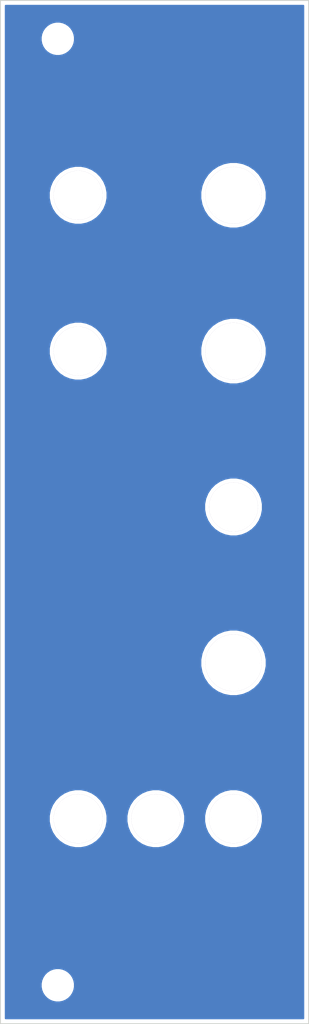
<source format=kicad_pcb>
(kicad_pcb (version 20171130) (host pcbnew 5.1.10)

  (general
    (thickness 1.6)
    (drawings 7)
    (tracks 0)
    (zones 0)
    (modules 11)
    (nets 1)
  )

  (page A4)
  (title_block
    (title ПОЛИВОКС)
    (date 2020-06-01)
    (rev 01)
    (comment 1 "PCB for Panel")
    (comment 2 "polivoks LM4250 VCF")
    (comment 4 "License CC BY 4.0 - Attribution 4.0 International")
  )

  (layers
    (0 F.Cu signal)
    (31 B.Cu signal)
    (32 B.Adhes user)
    (33 F.Adhes user)
    (34 B.Paste user)
    (35 F.Paste user)
    (36 B.SilkS user)
    (37 F.SilkS user)
    (38 B.Mask user)
    (39 F.Mask user)
    (40 Dwgs.User user)
    (41 Cmts.User user)
    (42 Eco1.User user)
    (43 Eco2.User user)
    (44 Edge.Cuts user)
    (45 Margin user)
    (46 B.CrtYd user)
    (47 F.CrtYd user)
    (48 B.Fab user)
    (49 F.Fab user)
  )

  (setup
    (last_trace_width 0.25)
    (trace_clearance 0.2)
    (zone_clearance 0.508)
    (zone_45_only no)
    (trace_min 0.2)
    (via_size 0.8)
    (via_drill 0.4)
    (via_min_size 0.4)
    (via_min_drill 0.3)
    (uvia_size 0.3)
    (uvia_drill 0.1)
    (uvias_allowed no)
    (uvia_min_size 0.2)
    (uvia_min_drill 0.1)
    (edge_width 0.05)
    (segment_width 0.2)
    (pcb_text_width 0.3)
    (pcb_text_size 1.5 1.5)
    (mod_edge_width 0.12)
    (mod_text_size 1 1)
    (mod_text_width 0.15)
    (pad_size 5 5)
    (pad_drill 0)
    (pad_to_mask_clearance 0.051)
    (solder_mask_min_width 0.25)
    (aux_axis_origin 0 0)
    (visible_elements 7FFFFFFF)
    (pcbplotparams
      (layerselection 0x010f0_ffffffff)
      (usegerberextensions false)
      (usegerberattributes false)
      (usegerberadvancedattributes false)
      (creategerberjobfile false)
      (excludeedgelayer true)
      (linewidth 0.100000)
      (plotframeref false)
      (viasonmask false)
      (mode 1)
      (useauxorigin false)
      (hpglpennumber 1)
      (hpglpenspeed 20)
      (hpglpendiameter 15.000000)
      (psnegative false)
      (psa4output false)
      (plotreference true)
      (plotvalue true)
      (plotinvisibletext false)
      (padsonsilk false)
      (subtractmaskfromsilk false)
      (outputformat 1)
      (mirror false)
      (drillshape 0)
      (scaleselection 1)
      (outputdirectory "gerbers/"))
  )

  (net 0 "")

  (net_class Default "This is the default net class."
    (clearance 0.2)
    (trace_width 0.25)
    (via_dia 0.8)
    (via_drill 0.4)
    (uvia_dia 0.3)
    (uvia_drill 0.1)
  )

  (module MountingHole:MountingHole_3.2mm_M3 (layer F.Cu) (tedit 56D1B4CB) (tstamp 5ED49E9E)
    (at 32.9 30.4)
    (descr "Mounting Hole 3.2mm, no annular, M3")
    (tags "mounting hole 3.2mm no annular m3")
    (path /5ED4DD9E)
    (attr virtual)
    (fp_text reference H11 (at 0 -4.2) (layer F.SilkS) hide
      (effects (font (size 1 1) (thickness 0.15)))
    )
    (fp_text value MountingHole (at 0 4.2) (layer F.Fab) hide
      (effects (font (size 1 1) (thickness 0.15)))
    )
    (fp_text user %R (at 0.3 0) (layer F.Fab) hide
      (effects (font (size 1 1) (thickness 0.15)))
    )
    (fp_circle (center 0 0) (end 3.2 0) (layer Cmts.User) (width 0.15))
    (fp_circle (center 0 0) (end 3.45 0) (layer F.CrtYd) (width 0.05))
    (pad 1 np_thru_hole circle (at 0 0) (size 3.2 3.2) (drill 3.2) (layers *.Cu *.Mask))
  )

  (module MountingHole:MountingHole_3.2mm_M3 (layer F.Cu) (tedit 56D1B4CB) (tstamp 5ED49E96)
    (at 32.9 153.8)
    (descr "Mounting Hole 3.2mm, no annular, M3")
    (tags "mounting hole 3.2mm no annular m3")
    (path /5ED4DAFF)
    (attr virtual)
    (fp_text reference H10 (at 0 -4.2) (layer F.SilkS) hide
      (effects (font (size 1 1) (thickness 0.15)))
    )
    (fp_text value MountingHole (at 0 4.2) (layer F.Fab) hide
      (effects (font (size 1 1) (thickness 0.15)))
    )
    (fp_text user %R (at 0.3 0) (layer F.Fab) hide
      (effects (font (size 1 1) (thickness 0.15)))
    )
    (fp_circle (center 0 0) (end 3.2 0) (layer Cmts.User) (width 0.15))
    (fp_circle (center 0 0) (end 3.45 0) (layer F.CrtYd) (width 0.05))
    (pad 1 np_thru_hole circle (at 0 0) (size 3.2 3.2) (drill 3.2) (layers *.Cu *.Mask))
  )

  (module elektrophon:panel_switch (layer F.Cu) (tedit 60A0E3EC) (tstamp 5ED49E8E)
    (at 55.88 91.44)
    (descr "Mounting Hole 8.4mm, no annular, M8")
    (tags "mounting hole 8.4mm no annular m8")
    (path /5ED4BD61)
    (attr virtual)
    (fp_text reference H9 (at 0 -9.4) (layer F.SilkS) hide
      (effects (font (size 1 1) (thickness 0.15)))
    )
    (fp_text value soft/hard (at 0 9.144) (layer F.Mask)
      (effects (font (size 2 1.4) (thickness 0.25)))
    )
    (fp_text user %R (at 0.3 0) (layer F.Fab)
      (effects (font (size 1 1) (thickness 0.15)))
    )
    (fp_circle (center 0 0) (end 5 0) (layer Cmts.User) (width 0.15))
    (fp_circle (center 0 0) (end 5.2 0) (layer F.CrtYd) (width 0.05))
    (pad "" thru_hole circle (at 0 0) (size 6.4 6.4) (drill 6.4) (layers *.Cu *.Mask))
    (model "/home/etienne/Documents/elektrophon/lib/kicad/models/SPDT Toggle Switch.stp"
      (offset (xyz -3.5 12.5 -10.5))
      (scale (xyz 1 1 1))
      (rotate (xyz -90 0 -90))
    )
  )

  (module elektrophon:panel_jack (layer F.Cu) (tedit 60A0E3B3) (tstamp 5ED49E86)
    (at 55.88 132.08)
    (descr "Mounting Hole 8.4mm, no annular, M8")
    (tags "mounting hole 8.4mm no annular m8")
    (path /5ED4B890)
    (attr virtual)
    (fp_text reference H8 (at 0 -9.4) (layer F.SilkS) hide
      (effects (font (size 1 1) (thickness 0.15)))
    )
    (fp_text value lp (at 0 9.144) (layer F.Mask)
      (effects (font (size 2 1.4) (thickness 0.25)))
    )
    (fp_text user %R (at 0.3 0) (layer F.Fab)
      (effects (font (size 1 1) (thickness 0.15)))
    )
    (fp_circle (center 0 0) (end 4.2 0) (layer F.CrtYd) (width 0.05))
    (fp_circle (center 0 0) (end 4 0) (layer Cmts.User) (width 0.15))
    (pad "" thru_hole circle (at 0 0) (size 6.4 6.4) (drill 6.4) (layers *.Cu *.Mask))
    (model "${KIPRJMOD}/../../../lib/kicad/models/PJ301M-12 Thonkiconn v0.2.stp"
      (offset (xyz 0 0.8 -10.5))
      (scale (xyz 1 1 1))
      (rotate (xyz 0 0 0))
    )
  )

  (module elektrophon:panel_potentiometer (layer F.Cu) (tedit 60A0E3DF) (tstamp 5ED49E7E)
    (at 55.88 111.76)
    (descr "Mounting Hole 8.4mm, no annular, M8")
    (tags "mounting hole 8.4mm no annular m8")
    (path /5ED4B463)
    (attr virtual)
    (fp_text reference H7 (at 0 -9.4) (layer F.SilkS) hide
      (effects (font (size 1 1) (thickness 0.15)))
    )
    (fp_text value res (at 0 9.144) (layer F.Mask)
      (effects (font (size 2 1.4) (thickness 0.25)))
    )
    (fp_text user %R (at 0.3 0) (layer F.Fab)
      (effects (font (size 1 1) (thickness 0.15)))
    )
    (fp_circle (center 0 0) (end 6.6 0) (layer F.CrtYd) (width 0.05))
    (fp_circle (center 0 0) (end 6.35 0) (layer Cmts.User) (width 0.15))
    (pad "" thru_hole circle (at 0 0) (size 7.4 7.4) (drill 7.4) (layers *.Cu *.Mask))
    (model ${KIPRJMOD}/../../../lib/kicad/models/ALPHA-RD901F-40.step
      (offset (xyz 0 0.5 -12))
      (scale (xyz 1 1 1))
      (rotate (xyz 0 0 0))
    )
  )

  (module elektrophon:panel_potentiometer (layer F.Cu) (tedit 60A0E3DF) (tstamp 5ED49E76)
    (at 55.88 71.12)
    (descr "Mounting Hole 8.4mm, no annular, M8")
    (tags "mounting hole 8.4mm no annular m8")
    (path /5ED4AC12)
    (attr virtual)
    (fp_text reference H6 (at 0 -9.4) (layer F.SilkS) hide
      (effects (font (size 1 1) (thickness 0.15)))
    )
    (fp_text value freq (at 0 9.144) (layer F.Mask)
      (effects (font (size 2 1.4) (thickness 0.25)))
    )
    (fp_text user %R (at 0.3 0) (layer F.Fab)
      (effects (font (size 1 1) (thickness 0.15)))
    )
    (fp_circle (center 0 0) (end 6.6 0) (layer F.CrtYd) (width 0.05))
    (fp_circle (center 0 0) (end 6.35 0) (layer Cmts.User) (width 0.15))
    (pad "" thru_hole circle (at 0 0) (size 7.4 7.4) (drill 7.4) (layers *.Cu *.Mask))
    (model ${KIPRJMOD}/../../../lib/kicad/models/ALPHA-RD901F-40.step
      (offset (xyz 0 0.5 -12))
      (scale (xyz 1 1 1))
      (rotate (xyz 0 0 0))
    )
  )

  (module elektrophon:panel_jack (layer F.Cu) (tedit 60A0E3B3) (tstamp 5ED49E67)
    (at 45.72 132.08)
    (descr "Mounting Hole 8.4mm, no annular, M8")
    (tags "mounting hole 8.4mm no annular m8")
    (path /5ED4B623)
    (attr virtual)
    (fp_text reference H4 (at 0 -9.4) (layer F.SilkS) hide
      (effects (font (size 1 1) (thickness 0.15)))
    )
    (fp_text value bp (at 0 9.144) (layer F.Mask)
      (effects (font (size 2 1.4) (thickness 0.25)))
    )
    (fp_text user %R (at 0.3 0) (layer F.Fab)
      (effects (font (size 1 1) (thickness 0.15)))
    )
    (fp_circle (center 0 0) (end 4.2 0) (layer F.CrtYd) (width 0.05))
    (fp_circle (center 0 0) (end 4 0) (layer Cmts.User) (width 0.15))
    (pad "" thru_hole circle (at 0 0) (size 6.4 6.4) (drill 6.4) (layers *.Cu *.Mask))
    (model "${KIPRJMOD}/../../../lib/kicad/models/PJ301M-12 Thonkiconn v0.2.stp"
      (offset (xyz 0 0.8 -10.5))
      (scale (xyz 1 1 1))
      (rotate (xyz 0 0 0))
    )
  )

  (module elektrophon:panel_jack (layer F.Cu) (tedit 60A0E3B3) (tstamp 5ED49E5F)
    (at 35.56 132.08)
    (descr "Mounting Hole 8.4mm, no annular, M8")
    (tags "mounting hole 8.4mm no annular m8")
    (path /5ED4B11B)
    (attr virtual)
    (fp_text reference H3 (at 0 -9.4) (layer F.SilkS) hide
      (effects (font (size 1 1) (thickness 0.15)))
    )
    (fp_text value in (at 0 9.144) (layer F.Mask)
      (effects (font (size 2 1.4) (thickness 0.25)))
    )
    (fp_text user %R (at 0.3 0) (layer F.Fab)
      (effects (font (size 1 1) (thickness 0.15)))
    )
    (fp_circle (center 0 0) (end 4.2 0) (layer F.CrtYd) (width 0.05))
    (fp_circle (center 0 0) (end 4 0) (layer Cmts.User) (width 0.15))
    (pad "" thru_hole circle (at 0 0) (size 6.4 6.4) (drill 6.4) (layers *.Cu *.Mask))
    (model "${KIPRJMOD}/../../../lib/kicad/models/PJ301M-12 Thonkiconn v0.2.stp"
      (offset (xyz 0 0.8 -10.5))
      (scale (xyz 1 1 1))
      (rotate (xyz 0 0 0))
    )
  )

  (module elektrophon:panel_jack (layer F.Cu) (tedit 60A0E3B3) (tstamp 5ED49E57)
    (at 35.56 71.12)
    (descr "Mounting Hole 8.4mm, no annular, M8")
    (tags "mounting hole 8.4mm no annular m8")
    (path /5ED4AEB2)
    (attr virtual)
    (fp_text reference H2 (at 0 -9.4) (layer F.SilkS) hide
      (effects (font (size 1 1) (thickness 0.15)))
    )
    (fp_text value cv (at 0 9.144) (layer F.Mask)
      (effects (font (size 2 1.4) (thickness 0.25)))
    )
    (fp_text user %R (at 0.3 0) (layer F.Fab)
      (effects (font (size 1 1) (thickness 0.15)))
    )
    (fp_circle (center 0 0) (end 4.2 0) (layer F.CrtYd) (width 0.05))
    (fp_circle (center 0 0) (end 4 0) (layer Cmts.User) (width 0.15))
    (pad "" thru_hole circle (at 0 0) (size 6.4 6.4) (drill 6.4) (layers *.Cu *.Mask))
    (model "${KIPRJMOD}/../../../lib/kicad/models/PJ301M-12 Thonkiconn v0.2.stp"
      (offset (xyz 0 0.8 -10.5))
      (scale (xyz 1 1 1))
      (rotate (xyz 0 0 0))
    )
  )

  (module elektrophon:panel_potentiometer (layer F.Cu) (tedit 60A0E3DF) (tstamp 5E063B4A)
    (at 55.88 50.8)
    (descr "Mounting Hole 8.4mm, no annular, M8")
    (tags "mounting hole 8.4mm no annular m8")
    (path /5D6AFC22)
    (attr virtual)
    (fp_text reference H5 (at 0 -9.4) (layer F.SilkS) hide
      (effects (font (size 1 1) (thickness 0.15)))
    )
    (fp_text value level (at 0 9.144) (layer F.Mask) hide
      (effects (font (size 2 1.4) (thickness 0.25)))
    )
    (fp_text user %R (at 0.3 0) (layer F.Fab) hide
      (effects (font (size 1 1) (thickness 0.15)))
    )
    (fp_circle (center 0 0) (end 6.6 0) (layer F.CrtYd) (width 0.05))
    (fp_circle (center 0 0) (end 6.35 0) (layer Cmts.User) (width 0.15))
    (pad "" thru_hole circle (at 0 0) (size 7.4 7.4) (drill 7.4) (layers *.Cu *.Mask))
    (model ${KIPRJMOD}/../../../lib/kicad/models/ALPHA-RD901F-40.step
      (offset (xyz 0 0.5 -12))
      (scale (xyz 1 1 1))
      (rotate (xyz 0 0 0))
    )
  )

  (module elektrophon:panel_jack (layer F.Cu) (tedit 60A0E3B3) (tstamp 5E063B12)
    (at 35.56 50.8)
    (descr "Mounting Hole 8.4mm, no annular, M8")
    (tags "mounting hole 8.4mm no annular m8")
    (path /5E05E354)
    (attr virtual)
    (fp_text reference H1 (at 0 -9.4) (layer F.SilkS) hide
      (effects (font (size 1 1) (thickness 0.15)))
    )
    (fp_text value fm (at 0 9.144) (layer F.Mask)
      (effects (font (size 2 1.4) (thickness 0.25)))
    )
    (fp_text user %R (at 0.3 0) (layer F.Fab)
      (effects (font (size 1 1) (thickness 0.15)))
    )
    (fp_circle (center 0 0) (end 4.2 0) (layer F.CrtYd) (width 0.05))
    (fp_circle (center 0 0) (end 4 0) (layer Cmts.User) (width 0.15))
    (pad "" thru_hole circle (at 0 0) (size 6.4 6.4) (drill 6.4) (layers *.Cu *.Mask))
    (model "${KIPRJMOD}/../../../lib/kicad/models/PJ301M-12 Thonkiconn v0.2.stp"
      (offset (xyz 0 0.8 -10.5))
      (scale (xyz 1 1 1))
      (rotate (xyz 0 0 0))
    )
  )

  (gr_line (start 35.56 50.8) (end 55.88 50.8) (layer F.Mask) (width 0.25))
  (gr_text R01 (at 60.12 155.09) (layer F.Cu)
    (effects (font (size 2 1.4) (thickness 0.25)))
  )
  (gr_text ПОЛИВОКС (at 48.514 30.734) (layer F.Mask)
    (effects (font (size 3 3) (thickness 0.35)))
  )
  (gr_line (start 65.7 158.8) (end 25.4 158.8) (layer Edge.Cuts) (width 0.12))
  (gr_line (start 65.7 25.4) (end 65.7 158.8) (layer Edge.Cuts) (width 0.12))
  (gr_line (start 25.4 25.4) (end 25.4 158.8) (layer Edge.Cuts) (width 0.12))
  (gr_line (start 25.4 25.4) (end 65.7 25.4) (layer Edge.Cuts) (width 0.12))

  (zone (net 0) (net_name "") (layer B.Cu) (tstamp 5EDD612B) (hatch edge 0.508)
    (connect_pads (clearance 0.508))
    (min_thickness 0.254)
    (fill yes (arc_segments 32) (thermal_gap 0.508) (thermal_bridge_width 0.508))
    (polygon
      (pts
        (xy 25.39 25.34) (xy 65.72 25.41) (xy 65.69 158.79) (xy 25.41 158.79)
      )
    )
    (filled_polygon
      (pts
        (xy 65.005001 158.105) (xy 26.095 158.105) (xy 26.095 153.579872) (xy 30.665 153.579872) (xy 30.665 154.020128)
        (xy 30.75089 154.451925) (xy 30.919369 154.858669) (xy 31.163962 155.224729) (xy 31.475271 155.536038) (xy 31.841331 155.780631)
        (xy 32.248075 155.94911) (xy 32.679872 156.035) (xy 33.120128 156.035) (xy 33.551925 155.94911) (xy 33.958669 155.780631)
        (xy 34.324729 155.536038) (xy 34.636038 155.224729) (xy 34.880631 154.858669) (xy 35.04911 154.451925) (xy 35.135 154.020128)
        (xy 35.135 153.579872) (xy 35.04911 153.148075) (xy 34.880631 152.741331) (xy 34.636038 152.375271) (xy 34.324729 152.063962)
        (xy 33.958669 151.819369) (xy 33.551925 151.65089) (xy 33.120128 151.565) (xy 32.679872 151.565) (xy 32.248075 151.65089)
        (xy 31.841331 151.819369) (xy 31.475271 152.063962) (xy 31.163962 152.375271) (xy 30.919369 152.741331) (xy 30.75089 153.148075)
        (xy 30.665 153.579872) (xy 26.095 153.579872) (xy 26.095 131.702285) (xy 31.725 131.702285) (xy 31.725 132.457715)
        (xy 31.872377 133.198628) (xy 32.161467 133.896554) (xy 32.581161 134.52467) (xy 33.11533 135.058839) (xy 33.743446 135.478533)
        (xy 34.441372 135.767623) (xy 35.182285 135.915) (xy 35.937715 135.915) (xy 36.678628 135.767623) (xy 37.376554 135.478533)
        (xy 38.00467 135.058839) (xy 38.538839 134.52467) (xy 38.958533 133.896554) (xy 39.247623 133.198628) (xy 39.395 132.457715)
        (xy 39.395 131.702285) (xy 41.885 131.702285) (xy 41.885 132.457715) (xy 42.032377 133.198628) (xy 42.321467 133.896554)
        (xy 42.741161 134.52467) (xy 43.27533 135.058839) (xy 43.903446 135.478533) (xy 44.601372 135.767623) (xy 45.342285 135.915)
        (xy 46.097715 135.915) (xy 46.838628 135.767623) (xy 47.536554 135.478533) (xy 48.16467 135.058839) (xy 48.698839 134.52467)
        (xy 49.118533 133.896554) (xy 49.407623 133.198628) (xy 49.555 132.457715) (xy 49.555 131.702285) (xy 52.045 131.702285)
        (xy 52.045 132.457715) (xy 52.192377 133.198628) (xy 52.481467 133.896554) (xy 52.901161 134.52467) (xy 53.43533 135.058839)
        (xy 54.063446 135.478533) (xy 54.761372 135.767623) (xy 55.502285 135.915) (xy 56.257715 135.915) (xy 56.998628 135.767623)
        (xy 57.696554 135.478533) (xy 58.32467 135.058839) (xy 58.858839 134.52467) (xy 59.278533 133.896554) (xy 59.567623 133.198628)
        (xy 59.715 132.457715) (xy 59.715 131.702285) (xy 59.567623 130.961372) (xy 59.278533 130.263446) (xy 58.858839 129.63533)
        (xy 58.32467 129.101161) (xy 57.696554 128.681467) (xy 56.998628 128.392377) (xy 56.257715 128.245) (xy 55.502285 128.245)
        (xy 54.761372 128.392377) (xy 54.063446 128.681467) (xy 53.43533 129.101161) (xy 52.901161 129.63533) (xy 52.481467 130.263446)
        (xy 52.192377 130.961372) (xy 52.045 131.702285) (xy 49.555 131.702285) (xy 49.407623 130.961372) (xy 49.118533 130.263446)
        (xy 48.698839 129.63533) (xy 48.16467 129.101161) (xy 47.536554 128.681467) (xy 46.838628 128.392377) (xy 46.097715 128.245)
        (xy 45.342285 128.245) (xy 44.601372 128.392377) (xy 43.903446 128.681467) (xy 43.27533 129.101161) (xy 42.741161 129.63533)
        (xy 42.321467 130.263446) (xy 42.032377 130.961372) (xy 41.885 131.702285) (xy 39.395 131.702285) (xy 39.247623 130.961372)
        (xy 38.958533 130.263446) (xy 38.538839 129.63533) (xy 38.00467 129.101161) (xy 37.376554 128.681467) (xy 36.678628 128.392377)
        (xy 35.937715 128.245) (xy 35.182285 128.245) (xy 34.441372 128.392377) (xy 33.743446 128.681467) (xy 33.11533 129.101161)
        (xy 32.581161 129.63533) (xy 32.161467 130.263446) (xy 31.872377 130.961372) (xy 31.725 131.702285) (xy 26.095 131.702285)
        (xy 26.095 111.33304) (xy 51.545 111.33304) (xy 51.545 112.18696) (xy 51.711592 113.024473) (xy 52.038373 113.813392)
        (xy 52.512786 114.523401) (xy 53.116599 115.127214) (xy 53.826608 115.601627) (xy 54.615527 115.928408) (xy 55.45304 116.095)
        (xy 56.30696 116.095) (xy 57.144473 115.928408) (xy 57.933392 115.601627) (xy 58.643401 115.127214) (xy 59.247214 114.523401)
        (xy 59.721627 113.813392) (xy 60.048408 113.024473) (xy 60.215 112.18696) (xy 60.215 111.33304) (xy 60.048408 110.495527)
        (xy 59.721627 109.706608) (xy 59.247214 108.996599) (xy 58.643401 108.392786) (xy 57.933392 107.918373) (xy 57.144473 107.591592)
        (xy 56.30696 107.425) (xy 55.45304 107.425) (xy 54.615527 107.591592) (xy 53.826608 107.918373) (xy 53.116599 108.392786)
        (xy 52.512786 108.996599) (xy 52.038373 109.706608) (xy 51.711592 110.495527) (xy 51.545 111.33304) (xy 26.095 111.33304)
        (xy 26.095 91.062285) (xy 52.045 91.062285) (xy 52.045 91.817715) (xy 52.192377 92.558628) (xy 52.481467 93.256554)
        (xy 52.901161 93.88467) (xy 53.43533 94.418839) (xy 54.063446 94.838533) (xy 54.761372 95.127623) (xy 55.502285 95.275)
        (xy 56.257715 95.275) (xy 56.998628 95.127623) (xy 57.696554 94.838533) (xy 58.32467 94.418839) (xy 58.858839 93.88467)
        (xy 59.278533 93.256554) (xy 59.567623 92.558628) (xy 59.715 91.817715) (xy 59.715 91.062285) (xy 59.567623 90.321372)
        (xy 59.278533 89.623446) (xy 58.858839 88.99533) (xy 58.32467 88.461161) (xy 57.696554 88.041467) (xy 56.998628 87.752377)
        (xy 56.257715 87.605) (xy 55.502285 87.605) (xy 54.761372 87.752377) (xy 54.063446 88.041467) (xy 53.43533 88.461161)
        (xy 52.901161 88.99533) (xy 52.481467 89.623446) (xy 52.192377 90.321372) (xy 52.045 91.062285) (xy 26.095 91.062285)
        (xy 26.095 70.742285) (xy 31.725 70.742285) (xy 31.725 71.497715) (xy 31.872377 72.238628) (xy 32.161467 72.936554)
        (xy 32.581161 73.56467) (xy 33.11533 74.098839) (xy 33.743446 74.518533) (xy 34.441372 74.807623) (xy 35.182285 74.955)
        (xy 35.937715 74.955) (xy 36.678628 74.807623) (xy 37.376554 74.518533) (xy 38.00467 74.098839) (xy 38.538839 73.56467)
        (xy 38.958533 72.936554) (xy 39.247623 72.238628) (xy 39.395 71.497715) (xy 39.395 70.742285) (xy 39.385205 70.69304)
        (xy 51.545 70.69304) (xy 51.545 71.54696) (xy 51.711592 72.384473) (xy 52.038373 73.173392) (xy 52.512786 73.883401)
        (xy 53.116599 74.487214) (xy 53.826608 74.961627) (xy 54.615527 75.288408) (xy 55.45304 75.455) (xy 56.30696 75.455)
        (xy 57.144473 75.288408) (xy 57.933392 74.961627) (xy 58.643401 74.487214) (xy 59.247214 73.883401) (xy 59.721627 73.173392)
        (xy 60.048408 72.384473) (xy 60.215 71.54696) (xy 60.215 70.69304) (xy 60.048408 69.855527) (xy 59.721627 69.066608)
        (xy 59.247214 68.356599) (xy 58.643401 67.752786) (xy 57.933392 67.278373) (xy 57.144473 66.951592) (xy 56.30696 66.785)
        (xy 55.45304 66.785) (xy 54.615527 66.951592) (xy 53.826608 67.278373) (xy 53.116599 67.752786) (xy 52.512786 68.356599)
        (xy 52.038373 69.066608) (xy 51.711592 69.855527) (xy 51.545 70.69304) (xy 39.385205 70.69304) (xy 39.247623 70.001372)
        (xy 38.958533 69.303446) (xy 38.538839 68.67533) (xy 38.00467 68.141161) (xy 37.376554 67.721467) (xy 36.678628 67.432377)
        (xy 35.937715 67.285) (xy 35.182285 67.285) (xy 34.441372 67.432377) (xy 33.743446 67.721467) (xy 33.11533 68.141161)
        (xy 32.581161 68.67533) (xy 32.161467 69.303446) (xy 31.872377 70.001372) (xy 31.725 70.742285) (xy 26.095 70.742285)
        (xy 26.095 50.422285) (xy 31.725 50.422285) (xy 31.725 51.177715) (xy 31.872377 51.918628) (xy 32.161467 52.616554)
        (xy 32.581161 53.24467) (xy 33.11533 53.778839) (xy 33.743446 54.198533) (xy 34.441372 54.487623) (xy 35.182285 54.635)
        (xy 35.937715 54.635) (xy 36.678628 54.487623) (xy 37.376554 54.198533) (xy 38.00467 53.778839) (xy 38.538839 53.24467)
        (xy 38.958533 52.616554) (xy 39.247623 51.918628) (xy 39.395 51.177715) (xy 39.395 50.422285) (xy 39.385205 50.37304)
        (xy 51.545 50.37304) (xy 51.545 51.22696) (xy 51.711592 52.064473) (xy 52.038373 52.853392) (xy 52.512786 53.563401)
        (xy 53.116599 54.167214) (xy 53.826608 54.641627) (xy 54.615527 54.968408) (xy 55.45304 55.135) (xy 56.30696 55.135)
        (xy 57.144473 54.968408) (xy 57.933392 54.641627) (xy 58.643401 54.167214) (xy 59.247214 53.563401) (xy 59.721627 52.853392)
        (xy 60.048408 52.064473) (xy 60.215 51.22696) (xy 60.215 50.37304) (xy 60.048408 49.535527) (xy 59.721627 48.746608)
        (xy 59.247214 48.036599) (xy 58.643401 47.432786) (xy 57.933392 46.958373) (xy 57.144473 46.631592) (xy 56.30696 46.465)
        (xy 55.45304 46.465) (xy 54.615527 46.631592) (xy 53.826608 46.958373) (xy 53.116599 47.432786) (xy 52.512786 48.036599)
        (xy 52.038373 48.746608) (xy 51.711592 49.535527) (xy 51.545 50.37304) (xy 39.385205 50.37304) (xy 39.247623 49.681372)
        (xy 38.958533 48.983446) (xy 38.538839 48.35533) (xy 38.00467 47.821161) (xy 37.376554 47.401467) (xy 36.678628 47.112377)
        (xy 35.937715 46.965) (xy 35.182285 46.965) (xy 34.441372 47.112377) (xy 33.743446 47.401467) (xy 33.11533 47.821161)
        (xy 32.581161 48.35533) (xy 32.161467 48.983446) (xy 31.872377 49.681372) (xy 31.725 50.422285) (xy 26.095 50.422285)
        (xy 26.095 30.179872) (xy 30.665 30.179872) (xy 30.665 30.620128) (xy 30.75089 31.051925) (xy 30.919369 31.458669)
        (xy 31.163962 31.824729) (xy 31.475271 32.136038) (xy 31.841331 32.380631) (xy 32.248075 32.54911) (xy 32.679872 32.635)
        (xy 33.120128 32.635) (xy 33.551925 32.54911) (xy 33.958669 32.380631) (xy 34.324729 32.136038) (xy 34.636038 31.824729)
        (xy 34.880631 31.458669) (xy 35.04911 31.051925) (xy 35.135 30.620128) (xy 35.135 30.179872) (xy 35.04911 29.748075)
        (xy 34.880631 29.341331) (xy 34.636038 28.975271) (xy 34.324729 28.663962) (xy 33.958669 28.419369) (xy 33.551925 28.25089)
        (xy 33.120128 28.165) (xy 32.679872 28.165) (xy 32.248075 28.25089) (xy 31.841331 28.419369) (xy 31.475271 28.663962)
        (xy 31.163962 28.975271) (xy 30.919369 29.341331) (xy 30.75089 29.748075) (xy 30.665 30.179872) (xy 26.095 30.179872)
        (xy 26.095 26.095) (xy 65.005 26.095)
      )
    )
  )
)

</source>
